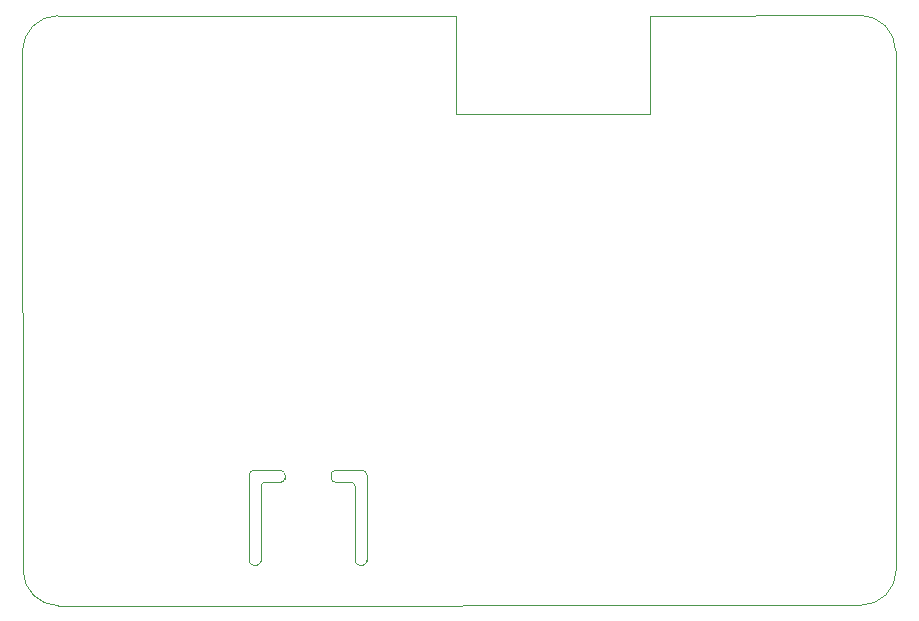
<source format=gbr>
%TF.GenerationSoftware,KiCad,Pcbnew,7.0.1*%
%TF.CreationDate,2023-11-12T23:31:08+01:00*%
%TF.ProjectId,GasWeighter,47617357-6569-4676-9874-65722e6b6963,rev?*%
%TF.SameCoordinates,Original*%
%TF.FileFunction,Profile,NP*%
%FSLAX46Y46*%
G04 Gerber Fmt 4.6, Leading zero omitted, Abs format (unit mm)*
G04 Created by KiCad (PCBNEW 7.0.1) date 2023-11-12 23:31:08*
%MOMM*%
%LPD*%
G01*
G04 APERTURE LIST*
%TA.AperFunction,Profile*%
%ADD10C,0.100000*%
%TD*%
G04 APERTURE END LIST*
D10*
X123000000Y-113850000D02*
G75*
G03*
X123350000Y-113500000I16000J334000D01*
G01*
X139850000Y-67350000D02*
X106150000Y-67350000D01*
X125000000Y-106850000D02*
G75*
G03*
X125350000Y-106550000I25000J325000D01*
G01*
X123700000Y-106850000D02*
X125000000Y-106850000D01*
X132000000Y-113850000D02*
G75*
G03*
X132300000Y-113500000I-25000J325000D01*
G01*
X103200000Y-114300000D02*
X103150000Y-70350000D01*
X131300000Y-113500000D02*
X131300000Y-107150000D01*
X132300000Y-106200000D02*
G75*
G03*
X131950000Y-105850000I-334000J16000D01*
G01*
X174128680Y-117271380D02*
G75*
G03*
X177128680Y-114271320I-80J3000080D01*
G01*
X132000000Y-113850000D02*
X131650000Y-113850000D01*
X129600000Y-105850000D02*
X131950000Y-105850000D01*
X156250000Y-75650000D02*
X139850000Y-75650000D01*
X103200000Y-114300000D02*
G75*
G03*
X106200000Y-117300000I3000000J0D01*
G01*
X132300000Y-106200000D02*
X132300000Y-113500000D01*
X122350000Y-113500000D02*
G75*
G03*
X122650000Y-113850000I325000J-25000D01*
G01*
X122650000Y-113850000D02*
X123000000Y-113850000D01*
X156250000Y-67350000D02*
X156250000Y-75650000D01*
X129300000Y-106550000D02*
X129300000Y-106200000D01*
X122700000Y-105850000D02*
G75*
G03*
X122350000Y-106200000I-16000J-334000D01*
G01*
X174078680Y-67321320D02*
X156250000Y-67350000D01*
X122350000Y-106200000D02*
X122350000Y-113500000D01*
X130950000Y-106850000D02*
X129650000Y-106850000D01*
X106150000Y-67350000D02*
G75*
G03*
X103150000Y-70350000I0J-3000000D01*
G01*
X177078680Y-70321320D02*
G75*
G03*
X174078680Y-67321320I-2999980J20D01*
G01*
X177128680Y-114271320D02*
X177078680Y-70321320D01*
X129300000Y-106550000D02*
G75*
G03*
X129650000Y-106850000I325000J25000D01*
G01*
X131300000Y-107150000D02*
G75*
G03*
X130950000Y-106850000I-325000J-25000D01*
G01*
X125050000Y-105850000D02*
X122700000Y-105850000D01*
X125350000Y-106550000D02*
X125350000Y-106200000D01*
X106200000Y-117300000D02*
X174128680Y-117271320D01*
X129600000Y-105850000D02*
G75*
G03*
X129300000Y-106200000I25000J-325000D01*
G01*
X131300000Y-113500000D02*
G75*
G03*
X131650000Y-113850000I334000J-16000D01*
G01*
X123700000Y-106850000D02*
G75*
G03*
X123350000Y-107150000I-25000J-325000D01*
G01*
X139850000Y-75650000D02*
X139850000Y-67350000D01*
X123350000Y-113500000D02*
X123350000Y-107150000D01*
X125350000Y-106200000D02*
G75*
G03*
X125050000Y-105850000I-325000J25000D01*
G01*
M02*

</source>
